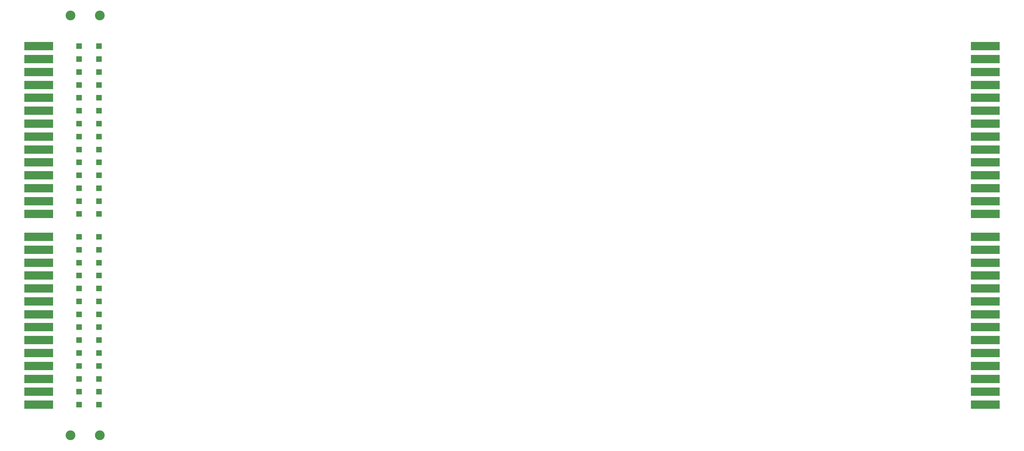
<source format=gbr>
%TF.GenerationSoftware,KiCad,Pcbnew,8.0.2*%
%TF.CreationDate,2024-05-21T21:07:39+02:00*%
%TF.ProjectId,ExtenderWide_56pin,45787465-6e64-4657-9257-6964655f3536,rev?*%
%TF.SameCoordinates,Original*%
%TF.FileFunction,Soldermask,Top*%
%TF.FilePolarity,Negative*%
%FSLAX46Y46*%
G04 Gerber Fmt 4.6, Leading zero omitted, Abs format (unit mm)*
G04 Created by KiCad (PCBNEW 8.0.2) date 2024-05-21 21:07:39*
%MOMM*%
%LPD*%
G01*
G04 APERTURE LIST*
%ADD10R,1.700000X1.700000*%
%ADD11R,8.800000X2.600000*%
%ADD12C,3.000000*%
G04 APERTURE END LIST*
D10*
%TO.C,J54*%
X85961000Y-73190000D03*
%TD*%
%TO.C,J44*%
X85961000Y-155430000D03*
%TD*%
%TO.C,J12*%
X92051000Y-131670000D03*
%TD*%
%TO.C,J7*%
X92051000Y-151470000D03*
%TD*%
%TO.C,J16*%
X92051000Y-112790000D03*
%TD*%
%TO.C,J47*%
X85961000Y-100910000D03*
%TD*%
%TO.C,J21*%
X92051000Y-92990000D03*
%TD*%
%TO.C,J4*%
X92051000Y-163350000D03*
%TD*%
%TO.C,J37*%
X85961000Y-139590000D03*
%TD*%
%TO.C,J49*%
X85961000Y-92990000D03*
%TD*%
%TO.C,J13*%
X92051000Y-127710000D03*
%TD*%
%TO.C,J28*%
X92051000Y-65270000D03*
%TD*%
%TO.C,J26*%
X92051000Y-73190000D03*
%TD*%
%TO.C,J2*%
X92051000Y-171270000D03*
%TD*%
%TO.C,J56*%
X85961000Y-65270000D03*
%TD*%
%TO.C,J32*%
X85961000Y-163350000D03*
%TD*%
%TO.C,J40*%
X85961000Y-127710000D03*
%TD*%
%TO.C,J18*%
X92051000Y-104870000D03*
%TD*%
%TO.C,J48*%
X85961000Y-96950000D03*
%TD*%
%TO.C,J1*%
X92051000Y-175230000D03*
%TD*%
%TO.C,J46*%
X85961000Y-104870000D03*
%TD*%
%TO.C,J23*%
X92051000Y-85070000D03*
%TD*%
%TO.C,J45*%
X85961000Y-108830000D03*
%TD*%
%TO.C,J11*%
X92051000Y-135630000D03*
%TD*%
%TO.C,J34*%
X85961000Y-151470000D03*
%TD*%
%TO.C,J33*%
X85961000Y-159390000D03*
%TD*%
%TO.C,J29*%
X85961000Y-175230000D03*
%TD*%
%TO.C,J19*%
X92051000Y-100910000D03*
%TD*%
%TO.C,J10*%
X92051000Y-139590000D03*
%TD*%
%TO.C,J8*%
X92051000Y-147510000D03*
%TD*%
%TO.C,J3*%
X92051000Y-167310000D03*
%TD*%
%TO.C,J24*%
X92051000Y-81110000D03*
%TD*%
%TO.C,J30*%
X85961000Y-171270000D03*
%TD*%
%TO.C,J25*%
X92051000Y-77150000D03*
%TD*%
%TO.C,J42*%
X85961000Y-116750000D03*
%TD*%
%TO.C,J17*%
X92051000Y-108830000D03*
%TD*%
%TO.C,J9*%
X92051000Y-143550000D03*
%TD*%
%TO.C,J50*%
X85961000Y-89030000D03*
%TD*%
%TO.C,J15*%
X92051000Y-116750000D03*
%TD*%
%TO.C,J53*%
X85961000Y-77150000D03*
%TD*%
%TO.C,J43*%
X85961000Y-112790000D03*
%TD*%
%TO.C,J35*%
X85961000Y-147510000D03*
%TD*%
%TO.C,J38*%
X85961000Y-135630000D03*
%TD*%
%TO.C,J55*%
X85961000Y-69230000D03*
%TD*%
%TO.C,J31*%
X85961000Y-167310000D03*
%TD*%
%TO.C,J39*%
X85961000Y-131670000D03*
%TD*%
%TO.C,J52*%
X85961000Y-81110000D03*
%TD*%
%TO.C,J51*%
X85961000Y-85070000D03*
%TD*%
%TO.C,J22*%
X92051000Y-89030000D03*
%TD*%
D11*
%TO.C,J58*%
X363521000Y-175230000D03*
X363521000Y-171270000D03*
X363521000Y-167310000D03*
X363521000Y-163350000D03*
X363521000Y-159390000D03*
X363521000Y-155430000D03*
X363521000Y-151470000D03*
X363521000Y-147510000D03*
X363521000Y-143550000D03*
X363521000Y-139590000D03*
X363521000Y-135630000D03*
X363521000Y-131670000D03*
X363521000Y-127710000D03*
X363521000Y-123750000D03*
X363521000Y-116750000D03*
X363521000Y-112790000D03*
X363521000Y-108830000D03*
X363521000Y-104870000D03*
X363521000Y-100910000D03*
X363521000Y-96950000D03*
X363521000Y-92990000D03*
X363521000Y-89030000D03*
X363521000Y-85070000D03*
X363521000Y-81110000D03*
X363521000Y-77150000D03*
X363521000Y-73190000D03*
X363521000Y-69230000D03*
X363521000Y-65270000D03*
%TD*%
D10*
%TO.C,J14*%
X92051000Y-123750000D03*
%TD*%
%TO.C,J20*%
X92051000Y-96950000D03*
%TD*%
%TO.C,J27*%
X92051000Y-69230000D03*
%TD*%
%TO.C,J6*%
X92051000Y-155430000D03*
%TD*%
%TO.C,J36*%
X85961000Y-143550000D03*
%TD*%
%TO.C,J41*%
X85961000Y-123750000D03*
%TD*%
%TO.C,J5*%
X92051000Y-159390000D03*
%TD*%
D12*
%TO.C,J57*%
X92331000Y-55850000D03*
X83331000Y-55850000D03*
X92331000Y-184650000D03*
X83331000Y-184650000D03*
D11*
X73631000Y-175230000D03*
X73631000Y-171270000D03*
X73631000Y-167310000D03*
X73631000Y-163350000D03*
X73631000Y-159390000D03*
X73631000Y-155430000D03*
X73631000Y-151470000D03*
X73631000Y-147510000D03*
X73631000Y-143550000D03*
X73631000Y-139590000D03*
X73631000Y-135630000D03*
X73631000Y-131670000D03*
X73631000Y-127710000D03*
X73631000Y-123750000D03*
X73631000Y-116750000D03*
X73631000Y-112790000D03*
X73631000Y-108830000D03*
X73631000Y-104870000D03*
X73631000Y-100910000D03*
X73631000Y-96950000D03*
X73631000Y-92990000D03*
X73631000Y-89030000D03*
X73631000Y-85070000D03*
X73631000Y-81110000D03*
X73631000Y-77150000D03*
X73631000Y-73190000D03*
X73631000Y-69230000D03*
X73631000Y-65270000D03*
%TD*%
M02*

</source>
